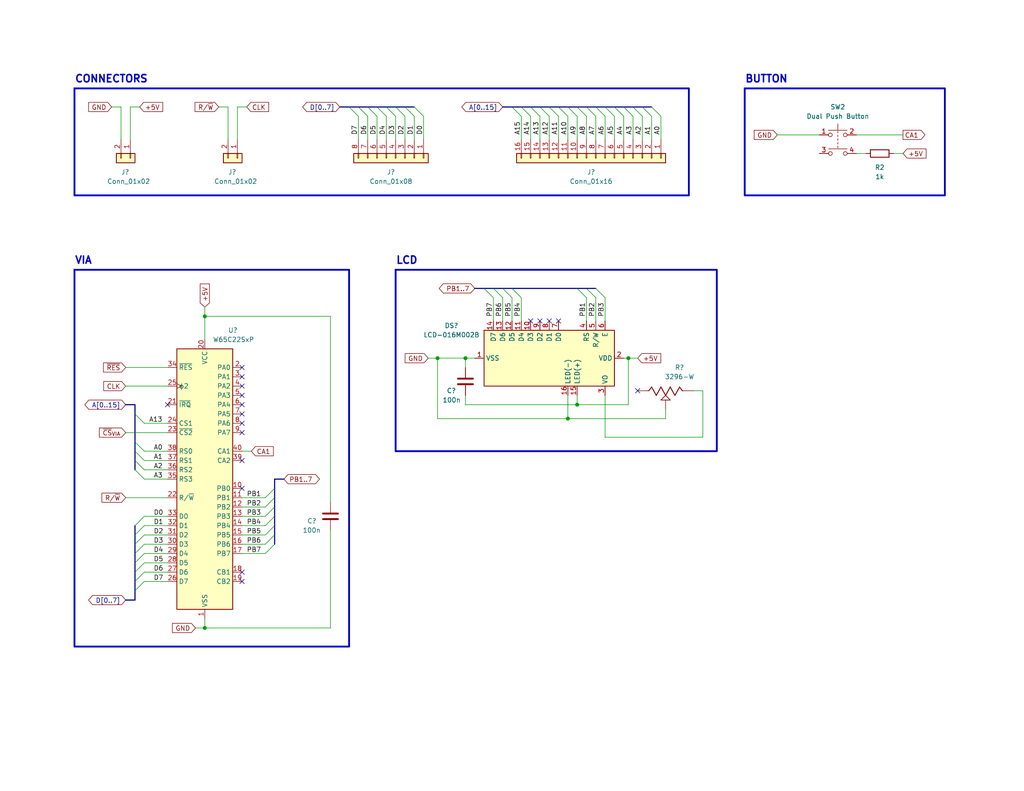
<source format=kicad_sch>
(kicad_sch (version 20230121) (generator eeschema)
  (paper "USLetter")
  (title_block (title "ITER-8 - Peripherals") (date "2023-12-06") (rev "1.0") (company "by Paolo Turri"))
  (lib_symbols
    (symbol "3296-W:3296-W" (pin_numbers hide) (pin_names (offset 1.016) hide)
      (property "Reference" "R" (at -5.08 5.08 0))
      (property "Value" "3296-W" (at -5.08 2.54 0))
      (symbol "3296-W_0_0"
        (polyline (pts (xy -5.08 0) (xy -4.572 0)) (stroke (width 0.1524)))
        (polyline (pts (xy -4.572 0) (xy -3.81 1.016)) (stroke (width 0.254)))
        (polyline (pts (xy -3.81 1.016) (xy -2.54 -1.27)) (stroke (width 0.254)))
        (polyline (pts (xy -2.54 -1.27) (xy -1.27 1.016)) (stroke (width 0.254)))
        (polyline (pts (xy -1.27 -2.54) (xy 0 -1.27)) (stroke (width 0.2032)))
        (polyline (pts (xy -1.27 1.016) (xy 0 -1.27)) (stroke (width 0.254)))
        (polyline (pts (xy 0 -1.27) (xy 1.27 -2.54)) (stroke (width 0.2032)))
        (polyline (pts (xy 0 -1.27) (xy 1.27 1.016)) (stroke (width 0.254)))
        (polyline (pts (xy 1.27 -2.54) (xy -1.27 -2.54)) (stroke (width 0.2032)))
        (polyline (pts (xy 1.27 1.016) (xy 2.54 -1.27)) (stroke (width 0.254)))
        (polyline (pts (xy 2.54 -1.27) (xy 3.81 1.016)) (stroke (width 0.254)))
        (polyline (pts (xy 3.81 1.016) (xy 4.572 0)) (stroke (width 0.254)))
        (polyline (pts (xy 4.572 0) (xy 5.08 0)) (stroke (width 0.1524)))
        (pin passive line (at -7.62 0 0) (length 2.54) (name "~") (number "1"))
        (pin passive line (at 0 -5.08 90) (length 2.54) (name "~") (number "2"))
        (pin passive line (at 7.62 0 180) (length 2.54) (name "~") (number "3"))
      )
    )
    (symbol "Connector_Generic:Conn_01x02" (pin_names (offset 1.016) hide)
      (property "Reference" "J" (at 0 2.54 0))
      (property "Value" "Conn_01x02" (at 0 -5.08 0))
      (symbol "Conn_01x02_1_1"
        (rectangle (start -1.27 -2.413) (end 0 -2.667) (stroke (width 0.1524)))
        (rectangle (start -1.27 0.127) (end 0 -0.127) (stroke (width 0.1524)))
        (rectangle (start -1.27 1.27) (end 1.27 -3.81) (stroke (width 0.254)) (fill (type background)))
        (pin passive line (at -5.08 0 0) (length 3.81) (name "Pin_1") (number "1"))
        (pin passive line (at -5.08 -2.54 0) (length 3.81) (name "Pin_2") (number "2"))
      )
    )
    (symbol "Connector_Generic:Conn_01x08" (pin_names (offset 1.016) hide)
      (property "Reference" "J" (at 0 10.16 0))
      (property "Value" "Conn_01x08" (at 0 -12.7 0))
      (symbol "Conn_01x08_1_1"
        (rectangle (start -1.27 -10.033) (end 0 -10.287) (stroke (width 0.1524)))
        (rectangle (start -1.27 -7.493) (end 0 -7.747) (stroke (width 0.1524)))
        (rectangle (start -1.27 -4.953) (end 0 -5.207) (stroke (width 0.1524)))
        (rectangle (start -1.27 -2.413) (end 0 -2.667) (stroke (width 0.1524)))
        (rectangle (start -1.27 0.127) (end 0 -0.127) (stroke (width 0.1524)))
        (rectangle (start -1.27 2.667) (end 0 2.413) (stroke (width 0.1524)))
        (rectangle (start -1.27 5.207) (end 0 4.953) (stroke (width 0.1524)))
        (rectangle (start -1.27 7.747) (end 0 7.493) (stroke (width 0.1524)))
        (rectangle (start -1.27 8.89) (end 1.27 -11.43) (stroke (width 0.254)) (fill (type background)))
        (pin passive line (at -5.08 7.62 0) (length 3.81) (name "Pin_1") (number "1"))
        (pin passive line (at -5.08 5.08 0) (length 3.81) (name "Pin_2") (number "2"))
        (pin passive line (at -5.08 2.54 0) (length 3.81) (name "Pin_3") (number "3"))
        (pin passive line (at -5.08 0 0) (length 3.81) (name "Pin_4") (number "4"))
        (pin passive line (at -5.08 -2.54 0) (length 3.81) (name "Pin_5") (number "5"))
        (pin passive line (at -5.08 -5.08 0) (length 3.81) (name "Pin_6") (number "6"))
        (pin passive line (at -5.08 -7.62 0) (length 3.81) (name "Pin_7") (number "7"))
        (pin passive line (at -5.08 -10.16 0) (length 3.81) (name "Pin_8") (number "8"))
      )
    )
    (symbol "Connector_Generic:Conn_01x16" (pin_names (offset 1.016) hide)
      (property "Reference" "J" (at 0 20.32 0))
      (property "Value" "Conn_01x16" (at 0 -22.86 0))
      (symbol "Conn_01x16_1_1"
        (rectangle (start -1.27 -20.193) (end 0 -20.447) (stroke (width 0.1524)))
        (rectangle (start -1.27 -17.653) (end 0 -17.907) (stroke (width 0.1524)))
        (rectangle (start -1.27 -15.113) (end 0 -15.367) (stroke (width 0.1524)))
        (rectangle (start -1.27 -12.573) (end 0 -12.827) (stroke (width 0.1524)))
        (rectangle (start -1.27 -10.033) (end 0 -10.287) (stroke (width 0.1524)))
        (rectangle (start -1.27 -7.493) (end 0 -7.747) (stroke (width 0.1524)))
        (rectangle (start -1.27 -4.953) (end 0 -5.207) (stroke (width 0.1524)))
        (rectangle (start -1.27 -2.413) (end 0 -2.667) (stroke (width 0.1524)))
        (rectangle (start -1.27 0.127) (end 0 -0.127) (stroke (width 0.1524)))
        (rectangle (start -1.27 2.667) (end 0 2.413) (stroke (width 0.1524)))
        (rectangle (start -1.27 5.207) (end 0 4.953) (stroke (width 0.1524)))
        (rectangle (start -1.27 7.747) (end 0 7.493) (stroke (width 0.1524)))
        (rectangle (start -1.27 10.287) (end 0 10.033) (stroke (width 0.1524)))
        (rectangle (start -1.27 12.827) (end 0 12.573) (stroke (width 0.1524)))
        (rectangle (start -1.27 15.367) (end 0 15.113) (stroke (width 0.1524)))
        (rectangle (start -1.27 17.907) (end 0 17.653) (stroke (width 0.1524)))
        (rectangle (start -1.27 19.05) (end 1.27 -21.59) (stroke (width 0.254)) (fill (type background)))
        (pin passive line (at -5.08 17.78 0) (length 3.81) (name "Pin_1") (number "1"))
        (pin passive line (at -5.08 -5.08 0) (length 3.81) (name "Pin_10") (number "10"))
        (pin passive line (at -5.08 -7.62 0) (length 3.81) (name "Pin_11") (number "11"))
        (pin passive line (at -5.08 -10.16 0) (length 3.81) (name "Pin_12") (number "12"))
        (pin passive line (at -5.08 -12.7 0) (length 3.81) (name "Pin_13") (number "13"))
        (pin passive line (at -5.08 -15.24 0) (length 3.81) (name "Pin_14") (number "14"))
        (pin passive line (at -5.08 -17.78 0) (length 3.81) (name "Pin_15") (number "15"))
        (pin passive line (at -5.08 -20.32 0) (length 3.81) (name "Pin_16") (number "16"))
        (pin passive line (at -5.08 15.24 0) (length 3.81) (name "Pin_2") (number "2"))
        (pin passive line (at -5.08 12.7 0) (length 3.81) (name "Pin_3") (number "3"))
        (pin passive line (at -5.08 10.16 0) (length 3.81) (name "Pin_4") (number "4"))
        (pin passive line (at -5.08 7.62 0) (length 3.81) (name "Pin_5") (number "5"))
        (pin passive line (at -5.08 5.08 0) (length 3.81) (name "Pin_6") (number "6"))
        (pin passive line (at -5.08 2.54 0) (length 3.81) (name "Pin_7") (number "7"))
        (pin passive line (at -5.08 0 0) (length 3.81) (name "Pin_8") (number "8"))
        (pin passive line (at -5.08 -2.54 0) (length 3.81) (name "Pin_9") (number "9"))
      )
    )
    (symbol "Device:C" (pin_numbers hide) (pin_names (offset 0.254))
      (property "Reference" "C" (at 0.635 2.54 0))
      (property "Value" "C" (at 0.635 -2.54 0))
      (symbol "C_0_1"
        (polyline (pts (xy -2.032 -0.762) (xy 2.032 -0.762)) (stroke (width 0.508)))
        (polyline (pts (xy -2.032 0.762) (xy 2.032 0.762)) (stroke (width 0.508)))
      )
      (symbol "C_1_1"
        (pin passive line (at 0 3.81 270) (length 2.794) (name "~") (number "1"))
        (pin passive line (at 0 -3.81 90) (length 2.794) (name "~") (number "2"))
      )
    )
    (symbol "Device:R" (pin_numbers hide) (pin_names (offset 0))
      (property "Reference" "R" (at 2.032 0 90))
      (property "Value" "R" (at 0 0 90))
      (symbol "R_0_1"
        (rectangle (start -1.016 -2.54) (end 1.016 2.54) (stroke (width 0.254)))
      )
      (symbol "R_1_1"
        (pin passive line (at 0 3.81 270) (length 1.27) (name "~") (number "1"))
        (pin passive line (at 0 -3.81 90) (length 1.27) (name "~") (number "2"))
      )
    )
    (symbol "Display_Character:WC1602A"
      (property "Reference" "DS" (at -5.842 19.05 0))
      (property "Value" "WC1602A" (at 5.334 19.05 0))
      (symbol "WC1602A_1_1"
        (rectangle (start -7.62 17.78) (end 7.62 -17.78) (stroke (width 0.254)) (fill (type background)))
        (pin power_in line (at 0 -20.32 90) (length 2.54) (name "VSS") (number "1"))
        (pin input line (at -10.16 -5.08 0) (length 2.54) (name "D3") (number "10"))
        (pin input line (at -10.16 -7.62 0) (length 2.54) (name "D4") (number "11"))
        (pin input line (at -10.16 -10.16 0) (length 2.54) (name "D5") (number "12"))
        (pin input line (at -10.16 -12.7 0) (length 2.54) (name "D6") (number "13"))
        (pin input line (at -10.16 -15.24 0) (length 2.54) (name "D7") (number "14"))
        (pin power_in line (at 10.16 7.62 180) (length 2.54) (name "LED(+)") (number "15"))
        (pin power_in line (at 10.16 5.08 180) (length 2.54) (name "LED(-)") (number "16"))
        (pin power_in line (at 0 20.32 270) (length 2.54) (name "VDD") (number "2"))
        (pin input line (at 10.16 15.24 180) (length 2.54) (name "VO") (number "3"))
        (pin input line (at -10.16 10.16 0) (length 2.54) (name "RS") (number "4"))
        (pin input line (at -10.16 12.7 0) (length 2.54) (name "R/W") (number "5"))
        (pin input line (at -10.16 15.24 0) (length 2.54) (name "E") (number "6"))
        (pin input line (at -10.16 2.54 0) (length 2.54) (name "D0") (number "7"))
        (pin input line (at -10.16 0 0) (length 2.54) (name "D1") (number "8"))
        (pin input line (at -10.16 -2.54 0) (length 2.54) (name "D2") (number "9"))
      )
    )
    (symbol "PCM_65xx-library:W65C22SxP"
      (property "Reference" "U" (at 2.54 40.64 0))
      (property "Value" "W65C22SxP" (at 2.54 38.1 0))
      (symbol "W65C22SxP_0_1"
        (rectangle (start -7.62 35.56) (end 7.62 -35.56) (stroke (width 0.254)) (fill (type background)))
      )
      (symbol "W65C22SxP_1_1"
        (pin power_in line (at 0 -38.1 90) (length 2.54) (name "VSS") (number "1"))
        (pin bidirectional line (at 10.16 -2.54 180) (length 2.54) (name "PB0") (number "10"))
        (pin bidirectional line (at 10.16 -5.08 180) (length 2.54) (name "PB1") (number "11"))
        (pin bidirectional line (at 10.16 -7.62 180) (length 2.54) (name "PB2") (number "12"))
        (pin bidirectional line (at 10.16 -10.16 180) (length 2.54) (name "PB3") (number "13"))
        (pin bidirectional line (at 10.16 -12.7 180) (length 2.54) (name "PB4") (number "14"))
        (pin bidirectional line (at 10.16 -15.24 180) (length 2.54) (name "PB5") (number "15"))
        (pin bidirectional line (at 10.16 -17.78 180) (length 2.54) (name "PB6") (number "16"))
        (pin bidirectional line (at 10.16 -20.32 180) (length 2.54) (name "PB7") (number "17"))
        (pin input line (at 10.16 -25.4 180) (length 2.54) (name "CB1") (number "18"))
        (pin bidirectional line (at 10.16 -27.94 180) (length 2.54) (name "CB2") (number "19"))
        (pin bidirectional line (at 10.16 30.48 180) (length 2.54) (name "PA0") (number "2"))
        (pin power_in line (at 0 38.1 270) (length 2.54) (name "VCC") (number "20"))
        (pin output line (at -10.16 20.32 0) (length 2.54) (name "~{IRQ}") (number "21"))
        (pin input line (at -10.16 -5.08 0) (length 2.54) (name "R/~{W}") (number "22"))
        (pin input line (at -10.16 12.7 0) (length 2.54) (name "~{CS2}") (number "23"))
        (pin input line (at -10.16 15.24 0) (length 2.54) (name "CS1") (number "24"))
        (pin input clock (at -10.16 25.4 0) (length 2.54) (name "ϕ2") (number "25"))
        (pin bidirectional line (at -10.16 -27.94 0) (length 2.54) (name "D7") (number "26"))
        (pin bidirectional line (at -10.16 -25.4 0) (length 2.54) (name "D6") (number "27"))
        (pin bidirectional line (at -10.16 -22.86 0) (length 2.54) (name "D5") (number "28"))
        (pin bidirectional line (at -10.16 -20.32 0) (length 2.54) (name "D4") (number "29"))
        (pin bidirectional line (at 10.16 27.94 180) (length 2.54) (name "PA1") (number "3"))
        (pin bidirectional line (at -10.16 -17.78 0) (length 2.54) (name "D3") (number "30"))
        (pin bidirectional line (at -10.16 -15.24 0) (length 2.54) (name "D2") (number "31"))
        (pin bidirectional line (at -10.16 -12.7 0) (length 2.54) (name "D1") (number "32"))
        (pin bidirectional line (at -10.16 -10.16 0) (length 2.54) (name "D0") (number "33"))
        (pin input line (at -10.16 30.48 0) (length 2.54) (name "~{RES}") (number "34"))
        (pin input line (at -10.16 0 0) (length 2.54) (name "RS3") (number "35"))
        (pin input line (at -10.16 2.54 0) (length 2.54) (name "RS2") (number "36"))
        (pin input line (at -10.16 5.08 0) (length 2.54) (name "RS1") (number "37"))
        (pin input line (at -10.16 7.62 0) (length 2.54) (name "RS0") (number "38"))
        (pin bidirectional line (at 10.16 5.08 180) (length 2.54) (name "CA2") (number "39"))
        (pin bidirectional line (at 10.16 25.4 180) (length 2.54) (name "PA2") (number "4"))
        (pin input line (at 10.16 7.62 180) (length 2.54) (name "CA1") (number "40"))
        (pin bidirectional line (at 10.16 22.86 180) (length 2.54) (name "PA3") (number "5"))
        (pin bidirectional line (at 10.16 20.32 180) (length 2.54) (name "PA4") (number "6"))
        (pin bidirectional line (at 10.16 17.78 180) (length 2.54) (name "PA5") (number "7"))
        (pin bidirectional line (at 10.16 15.24 180) (length 2.54) (name "PA6") (number "8"))
        (pin bidirectional line (at 10.16 12.7 180) (length 2.54) (name "PA7") (number "9"))
      )
    )
    (symbol "Switch:SW_Push_Dual" (pin_names (offset 1.016) hide)
      (property "Reference" "SW" (at 1.27 2.54 0))
      (property "Value" "SW_Push_Dual" (at 0 -6.858 0))
      (symbol "SW_Push_Dual_0_1"
        (circle (center -2.032 -5.08) (radius 0.508))
        (circle (center -2.032 0) (radius 0.508))
        (polyline (pts (xy 0 -3.048) (xy 0 -3.556)))
        (polyline (pts (xy 0 -2.032) (xy 0 -2.54)))
        (polyline (pts (xy 0 -1.524) (xy 0 -1.016)))
        (polyline (pts (xy 0 -0.508) (xy 0 0)))
        (polyline (pts (xy 0 0.508) (xy 0 1.016)))
        (polyline (pts (xy 0 1.27) (xy 0 3.048)))
        (polyline (pts (xy 2.54 -3.81) (xy -2.54 -3.81)))
        (polyline (pts (xy 2.54 1.27) (xy -2.54 1.27)))
        (circle (center 2.032 -5.08) (radius 0.508))
        (circle (center 2.032 0) (radius 0.508))
        (pin passive line (at -5.08 0 0) (length 2.54) (name "1") (number "1"))
        (pin passive line (at 5.08 0 180) (length 2.54) (name "2") (number "2"))
        (pin passive line (at -5.08 -5.08 0) (length 2.54) (name "3") (number "3"))
        (pin passive line (at 5.08 -5.08 180) (length 2.54) (name "4") (number "4"))
      )
    )
  )
  (junction (at 119.38 97.79))
  (junction (at 171.45 97.79))
  (junction (at 55.88 171.45))
  (junction (at 157.48 110.49))
  (junction (at 127 97.79))
  (junction (at 55.88 86.36))
  (junction (at 154.94 114.3))
  (no_connect (at 149.86 87.63))
  (no_connect (at 147.32 87.63))
  (no_connect (at 66.04 110.49))
  (no_connect (at 144.78 87.63))
  (no_connect (at 66.04 105.41))
  (no_connect (at 45.72 110.49))
  (no_connect (at 66.04 125.73))
  (no_connect (at 66.04 107.95))
  (no_connect (at 66.04 100.33))
  (no_connect (at 66.04 156.21))
  (no_connect (at 66.04 102.87))
  (no_connect (at 173.99 106.68))
  (no_connect (at 66.04 118.11))
  (no_connect (at 66.04 133.35))
  (no_connect (at 66.04 113.03))
  (no_connect (at 66.04 158.75))
  (no_connect (at 152.4 87.63))
  (no_connect (at 66.04 115.57))
  (bus_entry (at 167.64 29.21) (size 2.54 2.54))
  (bus_entry (at 36.83 161.29) (size 2.54 -2.54))
  (bus_entry (at 102.87 29.21) (size 2.54 2.54))
  (bus_entry (at 142.24 81.28) (size -2.54 -2.54))
  (bus_entry (at 36.83 125.73) (size 2.54 2.54))
  (bus_entry (at 36.83 158.75) (size 2.54 -2.54))
  (bus_entry (at 72.39 151.13) (size 2.54 -2.54))
  (bus_entry (at 72.39 143.51) (size 2.54 -2.54))
  (bus_entry (at 162.56 81.28) (size -2.54 -2.54))
  (bus_entry (at 36.83 153.67) (size 2.54 -2.54))
  (bus_entry (at 36.83 151.13) (size 2.54 -2.54))
  (bus_entry (at 137.16 81.28) (size -2.54 -2.54))
  (bus_entry (at 139.7 81.28) (size -2.54 -2.54))
  (bus_entry (at 152.4 29.21) (size 2.54 2.54))
  (bus_entry (at 107.95 29.21) (size 2.54 2.54))
  (bus_entry (at 36.83 156.21) (size 2.54 -2.54))
  (bus_entry (at 162.56 29.21) (size 2.54 2.54))
  (bus_entry (at 72.39 146.05) (size 2.54 -2.54))
  (bus_entry (at 36.83 113.03) (size 2.54 2.54))
  (bus_entry (at 149.86 29.21) (size 2.54 2.54))
  (bus_entry (at 36.83 128.27) (size 2.54 2.54))
  (bus_entry (at 36.83 146.05) (size 2.54 -2.54))
  (bus_entry (at 139.7 29.21) (size 2.54 2.54))
  (bus_entry (at 100.33 29.21) (size 2.54 2.54))
  (bus_entry (at 105.41 29.21) (size 2.54 2.54))
  (bus_entry (at 72.39 138.43) (size 2.54 -2.54))
  (bus_entry (at 160.02 29.21) (size 2.54 2.54))
  (bus_entry (at 142.24 29.21) (size 2.54 2.54))
  (bus_entry (at 170.18 29.21) (size 2.54 2.54))
  (bus_entry (at 36.83 123.19) (size 2.54 2.54))
  (bus_entry (at 165.1 29.21) (size 2.54 2.54))
  (bus_entry (at 36.83 120.65) (size 2.54 2.54))
  (bus_entry (at 160.02 81.28) (size -2.54 -2.54))
  (bus_entry (at 72.39 135.89) (size 2.54 -2.54))
  (bus_entry (at 36.83 143.51) (size 2.54 -2.54))
  (bus_entry (at 97.79 29.21) (size 2.54 2.54))
  (bus_entry (at 177.8 29.21) (size 2.54 2.54))
  (bus_entry (at 113.03 29.21) (size 2.54 2.54))
  (bus_entry (at 110.49 29.21) (size 2.54 2.54))
  (bus_entry (at 134.62 81.28) (size -2.54 -2.54))
  (bus_entry (at 157.48 29.21) (size 2.54 2.54))
  (bus_entry (at 72.39 148.59) (size 2.54 -2.54))
  (bus_entry (at 147.32 29.21) (size 2.54 2.54))
  (bus_entry (at 144.78 29.21) (size 2.54 2.54))
  (bus_entry (at 72.39 140.97) (size 2.54 -2.54))
  (bus_entry (at 95.25 29.21) (size 2.54 2.54))
  (bus_entry (at 165.1 81.28) (size -2.54 -2.54))
  (bus_entry (at 36.83 148.59) (size 2.54 -2.54))
  (bus_entry (at 172.72 29.21) (size 2.54 2.54))
  (bus_entry (at 175.26 29.21) (size 2.54 2.54))
  (bus_entry (at 154.94 29.21) (size 2.54 2.54))
  (wire (pts (xy 67.31 29.21) (xy 64.77 29.21)))
  (wire (pts (xy 39.37 148.59) (xy 45.72 148.59)))
  (wire (pts (xy 134.62 87.63) (xy 134.62 81.28)))
  (wire (pts (xy 66.04 123.19) (xy 68.58 123.19)))
  (wire (pts (xy 66.04 138.43) (xy 72.39 138.43)))
  (wire (pts (xy 62.23 29.21) (xy 62.23 38.1)))
  (wire (pts (xy 115.57 31.75) (xy 115.57 38.1)))
  (wire (pts (xy 110.49 31.75) (xy 110.49 38.1)))
  (bus (pts (xy 74.93 143.51) (xy 74.93 146.05)))
  (wire (pts (xy 53.34 171.45) (xy 55.88 171.45)))
  (bus (pts (xy 167.64 29.21) (xy 170.18 29.21)))
  (wire (pts (xy 30.48 29.21) (xy 33.02 29.21)))
  (wire (pts (xy 39.37 140.97) (xy 45.72 140.97)))
  (wire (pts (xy 66.04 151.13) (xy 72.39 151.13)))
  (wire (pts (xy 162.56 87.63) (xy 162.56 81.28)))
  (wire (pts (xy 39.37 130.81) (xy 45.72 130.81)))
  (bus (pts (xy 100.33 29.21) (xy 102.87 29.21)))
  (bus (pts (xy 36.83 151.13) (xy 36.83 153.67)))
  (wire (pts (xy 34.29 135.89) (xy 45.72 135.89)))
  (bus (pts (xy 74.93 130.81) (xy 74.93 133.35)))
  (wire (pts (xy 38.1 29.21) (xy 35.56 29.21)))
  (wire (pts (xy 246.38 41.91) (xy 243.84 41.91)))
  (wire (pts (xy 66.04 135.89) (xy 72.39 135.89)))
  (bus (pts (xy 165.1 29.21) (xy 167.64 29.21)))
  (wire (pts (xy 157.48 31.75) (xy 157.48 38.1)))
  (wire (pts (xy 35.56 29.21) (xy 35.56 38.1)))
  (bus (pts (xy 74.93 138.43) (xy 74.93 140.97)))
  (bus (pts (xy 34.29 163.83) (xy 36.83 163.83)))
  (wire (pts (xy 90.17 86.36) (xy 55.88 86.36)))
  (wire (pts (xy 119.38 97.79) (xy 116.84 97.79)))
  (wire (pts (xy 191.77 106.68) (xy 191.77 119.38)))
  (wire (pts (xy 102.87 31.75) (xy 102.87 38.1)))
  (wire (pts (xy 175.26 31.75) (xy 175.26 38.1)))
  (wire (pts (xy 171.45 110.49) (xy 171.45 97.79)))
  (bus (pts (xy 36.83 123.19) (xy 36.83 125.73)))
  (bus (pts (xy 36.83 113.03) (xy 36.83 120.65)))
  (bus (pts (xy 36.83 158.75) (xy 36.83 161.29)))
  (wire (pts (xy 39.37 153.67) (xy 45.72 153.67)))
  (wire (pts (xy 34.29 105.41) (xy 45.72 105.41)))
  (bus (pts (xy 74.93 130.81) (xy 77.47 130.81)))
  (wire (pts (xy 39.37 158.75) (xy 45.72 158.75)))
  (wire (pts (xy 39.37 128.27) (xy 45.72 128.27)))
  (wire (pts (xy 172.72 31.75) (xy 172.72 38.1)))
  (wire (pts (xy 127 97.79) (xy 129.54 97.79)))
  (wire (pts (xy 105.41 31.75) (xy 105.41 38.1)))
  (wire (pts (xy 142.24 87.63) (xy 142.24 81.28)))
  (wire (pts (xy 139.7 87.63) (xy 139.7 81.28)))
  (wire (pts (xy 177.8 31.75) (xy 177.8 38.1)))
  (bus (pts (xy 162.56 78.74) (xy 160.02 78.74)))
  (wire (pts (xy 160.02 31.75) (xy 160.02 38.1)))
  (wire (pts (xy 137.16 87.63) (xy 137.16 81.28)))
  (bus (pts (xy 137.16 78.74) (xy 134.62 78.74)))
  (wire (pts (xy 55.88 83.82) (xy 55.88 86.36)))
  (wire (pts (xy 233.68 41.91) (xy 236.22 41.91)))
  (bus (pts (xy 36.83 143.51) (xy 36.83 146.05)))
  (bus (pts (xy 36.83 125.73) (xy 36.83 128.27)))
  (wire (pts (xy 59.69 29.21) (xy 62.23 29.21)))
  (bus (pts (xy 74.93 135.89) (xy 74.93 138.43)))
  (wire (pts (xy 64.77 29.21) (xy 64.77 38.1)))
  (wire (pts (xy 97.79 31.75) (xy 97.79 38.1)))
  (wire (pts (xy 127 110.49) (xy 127 107.95)))
  (wire (pts (xy 90.17 86.36) (xy 90.17 137.16)))
  (bus (pts (xy 157.48 78.74) (xy 139.7 78.74)))
  (wire (pts (xy 165.1 31.75) (xy 165.1 38.1)))
  (wire (pts (xy 34.29 100.33) (xy 45.72 100.33)))
  (wire (pts (xy 165.1 87.63) (xy 165.1 81.28)))
  (bus (pts (xy 36.83 156.21) (xy 36.83 158.75)))
  (bus (pts (xy 110.49 29.21) (xy 113.03 29.21)))
  (bus (pts (xy 36.83 146.05) (xy 36.83 148.59)))
  (bus (pts (xy 162.56 29.21) (xy 165.1 29.21)))
  (wire (pts (xy 170.18 31.75) (xy 170.18 38.1)))
  (wire (pts (xy 39.37 156.21) (xy 45.72 156.21)))
  (wire (pts (xy 171.45 97.79) (xy 170.18 97.79)))
  (bus (pts (xy 144.78 29.21) (xy 147.32 29.21)))
  (wire (pts (xy 162.56 31.75) (xy 162.56 38.1)))
  (wire (pts (xy 39.37 146.05) (xy 45.72 146.05)))
  (wire (pts (xy 144.78 31.75) (xy 144.78 38.1)))
  (bus (pts (xy 36.83 153.67) (xy 36.83 156.21)))
  (wire (pts (xy 39.37 115.57) (xy 45.72 115.57)))
  (wire (pts (xy 119.38 97.79) (xy 119.38 114.3)))
  (bus (pts (xy 147.32 29.21) (xy 149.86 29.21)))
  (wire (pts (xy 119.38 114.3) (xy 154.94 114.3)))
  (bus (pts (xy 36.83 120.65) (xy 36.83 123.19)))
  (wire (pts (xy 33.02 29.21) (xy 33.02 38.1)))
  (wire (pts (xy 66.04 143.51) (xy 72.39 143.51)))
  (wire (pts (xy 167.64 31.75) (xy 167.64 38.1)))
  (wire (pts (xy 34.29 118.11) (xy 45.72 118.11)))
  (bus (pts (xy 74.93 133.35) (xy 74.93 135.89)))
  (wire (pts (xy 180.34 31.75) (xy 180.34 38.1)))
  (wire (pts (xy 149.86 31.75) (xy 149.86 38.1)))
  (bus (pts (xy 34.29 110.49) (xy 36.83 110.49)))
  (bus (pts (xy 137.16 29.21) (xy 139.7 29.21)))
  (bus (pts (xy 139.7 78.74) (xy 137.16 78.74)))
  (wire (pts (xy 173.99 97.79) (xy 171.45 97.79)))
  (wire (pts (xy 142.24 31.75) (xy 142.24 38.1)))
  (bus (pts (xy 36.83 148.59) (xy 36.83 151.13)))
  (wire (pts (xy 55.88 171.45) (xy 90.17 171.45)))
  (bus (pts (xy 160.02 29.21) (xy 162.56 29.21)))
  (wire (pts (xy 157.48 107.95) (xy 157.48 110.49)))
  (wire (pts (xy 39.37 143.51) (xy 45.72 143.51)))
  (bus (pts (xy 142.24 29.21) (xy 144.78 29.21)))
  (bus (pts (xy 74.93 140.97) (xy 74.93 143.51)))
  (wire (pts (xy 154.94 107.95) (xy 154.94 114.3)))
  (bus (pts (xy 149.86 29.21) (xy 152.4 29.21)))
  (wire (pts (xy 39.37 151.13) (xy 45.72 151.13)))
  (bus (pts (xy 132.08 78.74) (xy 129.54 78.74)))
  (bus (pts (xy 157.48 29.21) (xy 160.02 29.21)))
  (wire (pts (xy 55.88 168.91) (xy 55.88 171.45)))
  (bus (pts (xy 134.62 78.74) (xy 132.08 78.74)))
  (bus (pts (xy 97.79 29.21) (xy 100.33 29.21)))
  (bus (pts (xy 74.93 146.05) (xy 74.93 148.59)))
  (wire (pts (xy 66.04 140.97) (xy 72.39 140.97)))
  (bus (pts (xy 95.25 29.21) (xy 97.79 29.21)))
  (wire (pts (xy 212.09 36.83) (xy 223.52 36.83)))
  (wire (pts (xy 66.04 146.05) (xy 72.39 146.05)))
  (wire (pts (xy 189.23 106.68) (xy 191.77 106.68)))
  (wire (pts (xy 39.37 123.19) (xy 45.72 123.19)))
  (wire (pts (xy 165.1 107.95) (xy 165.1 119.38)))
  (wire (pts (xy 147.32 31.75) (xy 147.32 38.1)))
  (wire (pts (xy 100.33 31.75) (xy 100.33 38.1)))
  (wire (pts (xy 152.4 31.75) (xy 152.4 38.1)))
  (wire (pts (xy 160.02 87.63) (xy 160.02 81.28)))
  (wire (pts (xy 157.48 110.49) (xy 171.45 110.49)))
  (bus (pts (xy 36.83 161.29) (xy 36.83 163.83)))
  (wire (pts (xy 181.61 114.3) (xy 154.94 114.3)))
  (bus (pts (xy 36.83 110.49) (xy 36.83 113.03)))
  (wire (pts (xy 154.94 31.75) (xy 154.94 38.1)))
  (bus (pts (xy 102.87 29.21) (xy 105.41 29.21)))
  (bus (pts (xy 175.26 29.21) (xy 177.8 29.21)))
  (wire (pts (xy 127 110.49) (xy 157.48 110.49)))
  (bus (pts (xy 139.7 29.21) (xy 142.24 29.21)))
  (bus (pts (xy 154.94 29.21) (xy 157.48 29.21)))
  (wire (pts (xy 127 100.33) (xy 127 97.79)))
  (wire (pts (xy 55.88 86.36) (xy 55.88 92.71)))
  (wire (pts (xy 90.17 144.78) (xy 90.17 171.45)))
  (bus (pts (xy 105.41 29.21) (xy 107.95 29.21)))
  (wire (pts (xy 127 97.79) (xy 119.38 97.79)))
  (bus (pts (xy 92.71 29.21) (xy 95.25 29.21)))
  (bus (pts (xy 160.02 78.74) (xy 157.48 78.74)))
  (bus (pts (xy 172.72 29.21) (xy 175.26 29.21)))
  (wire (pts (xy 107.95 31.75) (xy 107.95 38.1)))
  (wire (pts (xy 39.37 125.73) (xy 45.72 125.73)))
  (wire (pts (xy 181.61 111.76) (xy 181.61 114.3)))
  (wire (pts (xy 66.04 148.59) (xy 72.39 148.59)))
  (wire (pts (xy 165.1 119.38) (xy 191.77 119.38)))
  (wire (pts (xy 233.68 36.83) (xy 246.38 36.83)))
  (wire (pts (xy 113.03 31.75) (xy 113.03 38.1)))
  (bus (pts (xy 170.18 29.21) (xy 172.72 29.21)))
  (bus (pts (xy 107.95 29.21) (xy 110.49 29.21)))
  (bus (pts (xy 152.4 29.21) (xy 154.94 29.21)))
  (rectangle (start 203.2 24.13) (end 257.81 53.34) (stroke (width 0.5)))
  (rectangle (start 20.32 73.66) (end 95.25 176.53) (stroke (width 0.5)))
  (rectangle (start 20.32 24.13) (end 187.96 53.34) (stroke (width 0.5)))
  (rectangle (start 107.95 73.66) (end 195.58 123.19) (stroke (width 0.5)))
  (text "VIA" (at 20.32 72.39 0) (effects (font (size 2 2) (thickness 0.4) bold) (justify left bottom)))
  (text "CONNECTORS" (at 20.32 22.86 0) (effects (font (size 2 2) bold) (justify left bottom)))
  (text "BUTTON" (at 203.2 22.86 0) (effects (font (size 2 2) bold) (justify left bottom)))
  (text "LCD" (at 107.95 72.39 0) (effects (font (size 2 2) bold) (justify left bottom)))
  (label "PB7" (at 67.31 151.13 0))
  (label "A0" (at 41.91 123.19 0))
  (label "D7" (at 41.91 158.75 0))
  (label "PB4" (at 67.31 143.51 0))
  (label "D4" (at 105.41 36.83 90))
  (label "D7" (at 97.79 36.83 90))
  (label "A7" (at 162.56 36.83 90))
  (label "PB1" (at 67.31 135.89 0))
  (label "D5" (at 41.91 153.67 0))
  (label "D3" (at 41.91 148.59 0))
  (label "PB2" (at 162.56 82.55 270))
  (label "A3" (at 41.91 130.81 0))
  (label "A5" (at 167.64 36.83 90))
  (label "A10" (at 154.94 36.83 90))
  (label "D5" (at 102.87 36.83 90))
  (label "PB6" (at 137.16 82.55 270))
  (label "D2" (at 110.49 36.83 90))
  (label "A0" (at 180.34 36.83 90))
  (label "PB6" (at 67.31 148.59 0))
  (label "D1" (at 41.91 143.51 0))
  (label "A14" (at 144.78 36.83 90))
  (label "A12" (at 149.86 36.83 90))
  (label "D2" (at 41.91 146.05 0))
  (label "A2" (at 41.91 128.27 0))
  (label "A1" (at 177.8 36.83 90))
  (label "A6" (at 165.1 36.83 90))
  (label "A11" (at 152.4 36.83 90))
  (label "D1" (at 113.03 36.83 90))
  (label "D0" (at 41.91 140.97 0))
  (label "PB2" (at 67.31 138.43 0))
  (label "PB4" (at 142.24 82.55 270))
  (label "D6" (at 41.91 156.21 0))
  (label "A13" (at 147.32 36.83 90))
  (label "D0" (at 115.57 36.83 90))
  (label "A9" (at 157.48 36.83 90))
  (label "D3" (at 107.95 36.83 90))
  (label "PB3" (at 165.1 82.55 270))
  (label "A1" (at 41.91 125.73 0))
  (label "PB5" (at 67.31 146.05 0))
  (label "PB5" (at 139.7 82.55 270))
  (label "A13" (at 40.64 115.57 0))
  (label "PB3" (at 67.31 140.97 0))
  (label "PB7" (at 134.62 82.55 270))
  (label "PB1" (at 160.02 82.55 270))
  (label "A3" (at 172.72 36.83 90))
  (label "D6" (at 100.33 36.83 90))
  (label "A4" (at 170.18 36.83 90))
  (label "D4" (at 41.91 151.13 0))
  (label "A8" (at 160.02 36.83 90))
  (label "A15" (at 142.24 36.83 90))
  (label "A2" (at 175.26 36.83 90))
  (global_label "GND" (shape input) (at 116.84 97.79 180) (property "Intersheetrefs" "${INTERSHEET_REFS}" (effects hide)))
  (global_label "~{CS}_{VIA}" (shape input) (at 34.29 118.11 180) (property "Intersheetrefs" "${INTERSHEET_REFS}" (effects hide)))
  (global_label "R{slash}~{W}" (shape input) (at 34.29 135.89 180) (property "Intersheetrefs" "${INTERSHEET_REFS}" (effects hide)))
  (global_label "CA1" (shape input) (at 68.58 123.19 0) (property "Intersheetrefs" "${INTERSHEET_REFS}" (effects hide)))
  (global_label "+5V" (shape input) (at 246.38 41.91 0) (property "Intersheetrefs" "${INTERSHEET_REFS}" (effects hide)))
  (global_label "CLK" (shape input) (at 67.31 29.21 0) (property "Intersheetrefs" "${INTERSHEET_REFS}" (effects hide)))
  (global_label "+5V" (shape input) (at 173.99 97.79 0) (property "Intersheetrefs" "${INTERSHEET_REFS}" (effects hide)))
  (global_label "PB1..7" (shape bidirectional) (at 129.54 78.74 180) (property "Intersheetrefs" "${INTERSHEET_REFS}" (effects hide)))
  (global_label "~{RES}" (shape input) (at 34.29 100.33 180) (property "Intersheetrefs" "${INTERSHEET_REFS}" (effects hide)))
  (global_label "CLK" (shape input) (at 34.29 105.41 180) (property "Intersheetrefs" "${INTERSHEET_REFS}" (effects hide)))
  (global_label "CA1" (shape output) (at 246.38 36.83 0) (property "Intersheetrefs" "${INTERSHEET_REFS}" (effects hide)))
  (global_label "D[0..7]" (shape bidirectional) (at 34.29 163.83 180) (property "Intersheetrefs" "${INTERSHEET_REFS}" (effects hide)))
  (global_label "+5V" (shape input) (at 55.88 83.82 90) (property "Intersheetrefs" "${INTERSHEET_REFS}" (effects hide)))
  (global_label "GND" (shape input) (at 212.09 36.83 180) (property "Intersheetrefs" "${INTERSHEET_REFS}" (effects hide)))
  (global_label "A[0..15]" (shape bidirectional) (at 34.29 110.49 180) (property "Intersheetrefs" "${INTERSHEET_REFS}" (effects hide)))
  (global_label "+5V" (shape input) (at 38.1 29.21 0) (property "Intersheetrefs" "${INTERSHEET_REFS}" (effects hide)))
  (global_label "GND" (shape input) (at 30.48 29.21 180) (property "Intersheetrefs" "${INTERSHEET_REFS}" (effects hide)))
  (global_label "D[0..7]" (shape bidirectional) (at 92.71 29.21 180) (property "Intersheetrefs" "${INTERSHEET_REFS}" (effects hide)))
  (global_label "R{slash}~{W}" (shape input) (at 59.69 29.21 180) (property "Intersheetrefs" "${INTERSHEET_REFS}" (effects hide)))
  (global_label "GND" (shape input) (at 53.34 171.45 180) (property "Intersheetrefs" "${INTERSHEET_REFS}" (effects hide)))
  (global_label "A[0..15]" (shape bidirectional) (at 137.16 29.21 180) (property "Intersheetrefs" "${INTERSHEET_REFS}" (effects hide)))
  (global_label "PB1..7" (shape bidirectional) (at 77.47 130.81 0) (property "Intersheetrefs" "${INTERSHEET_REFS}" (effects hide)))
  (symbol (lib_id "Connector_Generic:Conn_01x08") (at 107.95 43.18 270) (unit 1)
    (property "Reference" "J?" (at 106.68 46.99 90))
    (property "Value" "Conn_01x08" (at 106.68 49.53 90))
    (property "Footprint" "Connector_PinSocket_2.54mm:PinSocket_1x08_P2.54mm_Vertical" (effects hide))
    (instances (project "ITER-8" (path "" (reference "J?") (unit 1)) (path "" (reference "J4") (unit 1))))
  )
  (symbol (lib_id "Connector_Generic:Conn_01x02") (at 35.56 43.18 270) (unit 1)
    (property "Reference" "J?" (at 33.02 46.99 90) (effects (justify left)))
    (property "Value" "Conn_01x02" (at 29.21 49.53 90) (effects (justify left)))
    (property "Footprint" "Connector_PinSocket_2.54mm:PinSocket_1x02_P2.54mm_Vertical" (effects hide))
    (instances (project "ITER-8" (path "" (reference "J?") (unit 1)) (path "" (reference "J2") (unit 1))))
  )
  (symbol (lib_id "PCM_65xx-library:W65C22SxP") (at 55.88 130.81 0) (unit 1)
    (property "Reference" "U?" (at 62.23 90.17 0) (effects (justify left)))
    (property "Value" "W65C22SxP" (at 58.0741 92.71 0) (effects (justify left)))
    (property "Footprint" "Package_DIP:DIP-40_W15.24mm" (effects hide))
    (property "Datasheet" "http://www.westerndesigncenter.com/wdc/documentation/w65c22.pdf" (effects hide))
    (instances (project "ITER-8" (path "" (reference "U?") (unit 1)) (path "" (reference "U6") (unit 1))))
  )
  (symbol (lib_id "3296-W:3296-W") (at 181.61 106.68 0) (mirror y) (unit 1)
    (property "Reference" "R?" (at 185.42 100.33 0))
    (property "Value" "3296-W" (at 185.42 102.87 0))
    (property "Footprint" "SnapEDA Library:TRIM_3296-W" (effects hide))
    (property "PARTREV" "08/19" (effects hide))
    (property "STANDARD" "IPC-7351B" (effects hide))
    (property "MAXIMUM_PACKAGE_HEIGHT" "11.55mm" (effects hide))
    (property "MANUFACTURER" "Bourns" (effects hide))
    (instances (project "ITER-8" (path "" (reference "R?") (unit 1)) (path "" (reference "R3") (unit 1))))
  )
  (symbol (lib_id "Connector_Generic:Conn_01x16") (at 162.56 43.18 270) (unit 1)
    (property "Reference" "J?" (at 161.29 46.99 90))
    (property "Value" "Conn_01x16" (at 161.29 49.53 90))
    (property "Footprint" "Connector_PinSocket_2.54mm:PinSocket_1x16_P2.54mm_Vertical" (effects hide))
    (instances (project "ITER-8" (path "" (reference "J?") (unit 1)) (path "" (reference "J5") (unit 1))))
  )
  (symbol (lib_id "Device:R") (at 240.03 41.91 90) (unit 1)
    (property "Reference" "R2" (at 240.03 45.72 90))
    (property "Value" "1k" (at 240.03 48.26 90))
    (property "Footprint" "Resistor_THT:R_Axial_DIN0207_L6.3mm_D2.5mm_P10.16mm_Horizontal" (effects hide))
    (instances (project "ITER-8" (path "" (reference "R2") (unit 1)) (path "" (reference "R4") (unit 1))))
  )
  (symbol (lib_id "Device:C") (at 90.17 140.97 0) (mirror x) (unit 1)
    (property "Reference" "C?" (at 83.82 142.24 0) (effects (justify left)))
    (property "Value" "100n" (at 82.55 144.78 0) (effects (justify left)))
    (property "Footprint" "Capacitor_THT:C_Disc_D5.0mm_W2.5mm_P5.00mm" (effects hide))
    (instances (project "ITER-8" (path "" (reference "C?") (unit 1)) (path "" (reference "C6") (unit 1))))
  )
  (symbol (lib_id "Display_Character:WC1602A") (at 149.86 97.79 270) (unit 1)
    (property "Reference" "DS?" (at 123.19 88.9 90))
    (property "Value" "LCD-016M002B" (at 123.19 91.44 90))
    (property "Footprint" "Display:WC1602A" (effects hide))
    (property "Datasheet" "http://www.wincomlcd.com/pdf/WC1602A-SFYLYHTC06.pdf" (effects hide))
    (instances (project "ITER-8" (path "" (reference "DS?") (unit 1)) (path "" (reference "DS1") (unit 1))))
  )
  (symbol (lib_id "Connector_Generic:Conn_01x02") (at 64.77 43.18 270) (unit 1)
    (property "Reference" "J?" (at 62.23 46.99 90) (effects (justify left)))
    (property "Value" "Conn_01x02" (at 58.42 49.53 90) (effects (justify left)))
    (property "Footprint" "Connector_PinSocket_2.54mm:PinSocket_1x02_P2.54mm_Vertical" (effects hide))
    (instances (project "ITER-8" (path "" (reference "J?") (unit 1)) (path "" (reference "J3") (unit 1))))
  )
  (symbol (lib_id "Device:C") (at 127 104.14 180) (unit 1)
    (property "Reference" "C?" (at 124.46 106.68 0) (effects (justify left)))
    (property "Value" "100n" (at 125.73 109.22 0) (effects (justify left)))
    (property "Footprint" "Capacitor_THT:C_Disc_D5.0mm_W2.5mm_P5.00mm" (effects hide))
    (instances (project "ITER-8" (path "" (reference "C?") (unit 1)) (path "" (reference "C7") (unit 1))))
  )
  (symbol (lib_id "Switch:SW_Push_Dual") (at 228.6 36.83 0) (unit 1)
    (property "Reference" "SW2" (at 228.6 29.21 0))
    (property "Value" "Dual Push Button" (at 228.6 31.75 0))
    (property "Footprint" "My footprints:SW_PUSH_double_6mm" (effects hide))
    (instances (project "ITER-8" (path "" (reference "SW2") (unit 1)) (path "" (reference "SW3") (unit 1))))
  )
)
</source>
